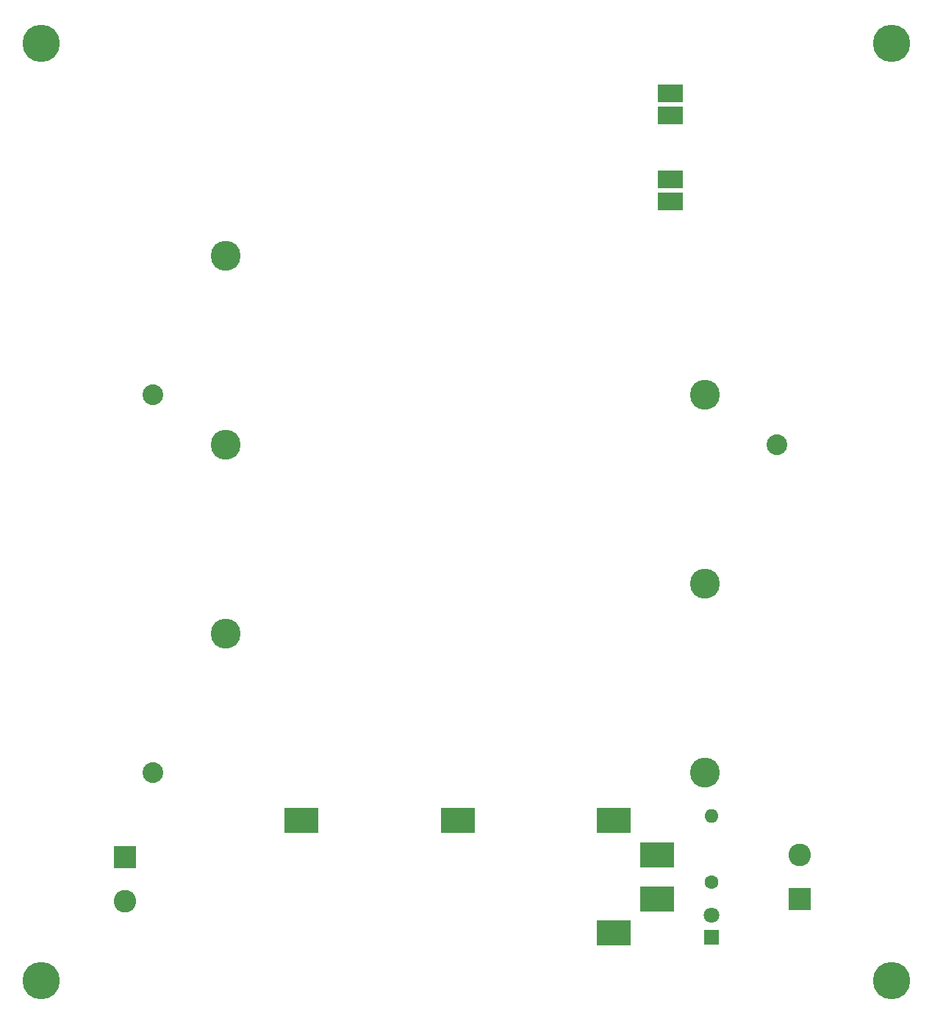
<source format=gbr>
%TF.GenerationSoftware,KiCad,Pcbnew,8.0.5*%
%TF.CreationDate,2024-11-10T22:21:36+02:00*%
%TF.ProjectId,PowerBoard,506f7765-7242-46f6-9172-642e6b696361,rev?*%
%TF.SameCoordinates,Original*%
%TF.FileFunction,Soldermask,Top*%
%TF.FilePolarity,Negative*%
%FSLAX46Y46*%
G04 Gerber Fmt 4.6, Leading zero omitted, Abs format (unit mm)*
G04 Created by KiCad (PCBNEW 8.0.5) date 2024-11-10 22:21:36*
%MOMM*%
%LPD*%
G01*
G04 APERTURE LIST*
%ADD10C,4.300000*%
%ADD11R,2.600000X2.600000*%
%ADD12C,2.600000*%
%ADD13R,4.000000X3.000000*%
%ADD14R,1.800000X1.800000*%
%ADD15C,1.800000*%
%ADD16C,1.600000*%
%ADD17O,1.600000X1.600000*%
%ADD18R,3.000000X2.000000*%
%ADD19C,2.390000*%
%ADD20C,3.450000*%
G04 APERTURE END LIST*
D10*
%TO.C,H2*%
X78500000Y-146000000D03*
%TD*%
D11*
%TO.C,OUUTPUT 12V*%
X88195000Y-131705000D03*
D12*
X88195000Y-136785000D03*
%TD*%
D11*
%TO.C,INPUT 12V*%
X165935000Y-136545000D03*
D12*
X165935000Y-131465000D03*
%TD*%
D13*
%TO.C,BMS_3S1*%
X144500000Y-140500000D03*
X144500000Y-127500000D03*
X126500000Y-127500000D03*
X108500000Y-127500000D03*
X149500000Y-131460000D03*
X149500000Y-136540000D03*
%TD*%
D14*
%TO.C,D1*%
X155750000Y-141000000D03*
D15*
X155750000Y-138460000D03*
%TD*%
D10*
%TO.C,H1*%
X78500000Y-38000000D03*
%TD*%
D16*
%TO.C,R1*%
X155750000Y-134645000D03*
D17*
X155750000Y-127025000D03*
%TD*%
D10*
%TO.C,H3*%
X176500000Y-146000000D03*
%TD*%
D18*
%TO.C,DC_DC_STEP_DWON_12V-5V1*%
X151000000Y-43800000D03*
X151000000Y-46300000D03*
X151000000Y-53700000D03*
X151000000Y-56200000D03*
%TD*%
D10*
%TO.C,H4*%
X176500000Y-38000000D03*
%TD*%
D19*
%TO.C,BT3*%
X91420000Y-122000000D03*
D20*
X99750000Y-106000000D03*
X154950000Y-122000000D03*
%TD*%
D19*
%TO.C,BT2*%
X163280000Y-84250000D03*
D20*
X154950000Y-100250000D03*
X99750000Y-84250000D03*
%TD*%
D19*
%TO.C,BT1*%
X91420000Y-78500000D03*
D20*
X99750000Y-62500000D03*
X154950000Y-78500000D03*
%TD*%
M02*

</source>
